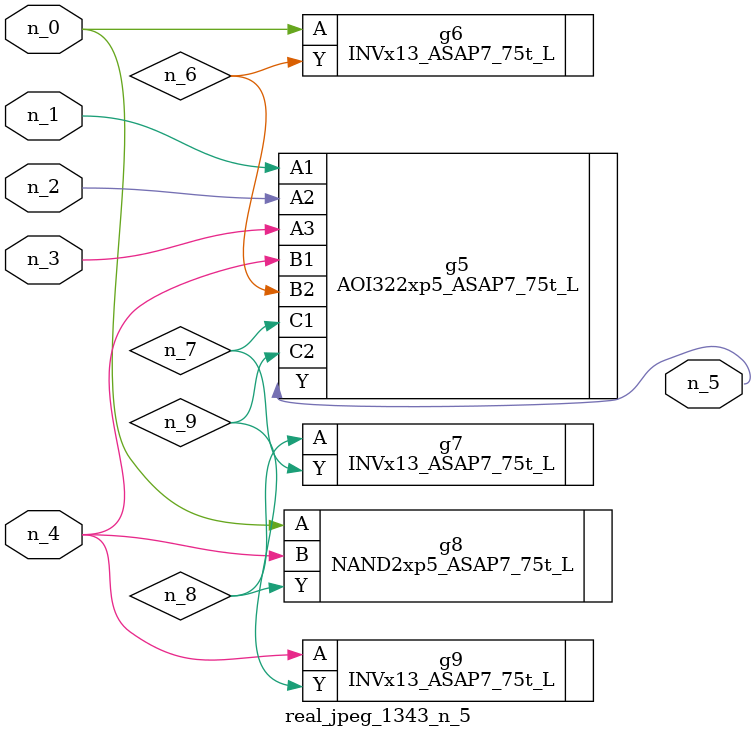
<source format=v>
module real_jpeg_1343_n_5 (n_4, n_0, n_1, n_2, n_3, n_5);

input n_4;
input n_0;
input n_1;
input n_2;
input n_3;

output n_5;

wire n_8;
wire n_6;
wire n_7;
wire n_9;

INVx13_ASAP7_75t_L g6 ( 
.A(n_0),
.Y(n_6)
);

NAND2xp5_ASAP7_75t_L g8 ( 
.A(n_0),
.B(n_4),
.Y(n_8)
);

AOI322xp5_ASAP7_75t_L g5 ( 
.A1(n_1),
.A2(n_2),
.A3(n_3),
.B1(n_4),
.B2(n_6),
.C1(n_7),
.C2(n_9),
.Y(n_5)
);

INVx13_ASAP7_75t_L g9 ( 
.A(n_4),
.Y(n_9)
);

INVx13_ASAP7_75t_L g7 ( 
.A(n_8),
.Y(n_7)
);


endmodule
</source>
